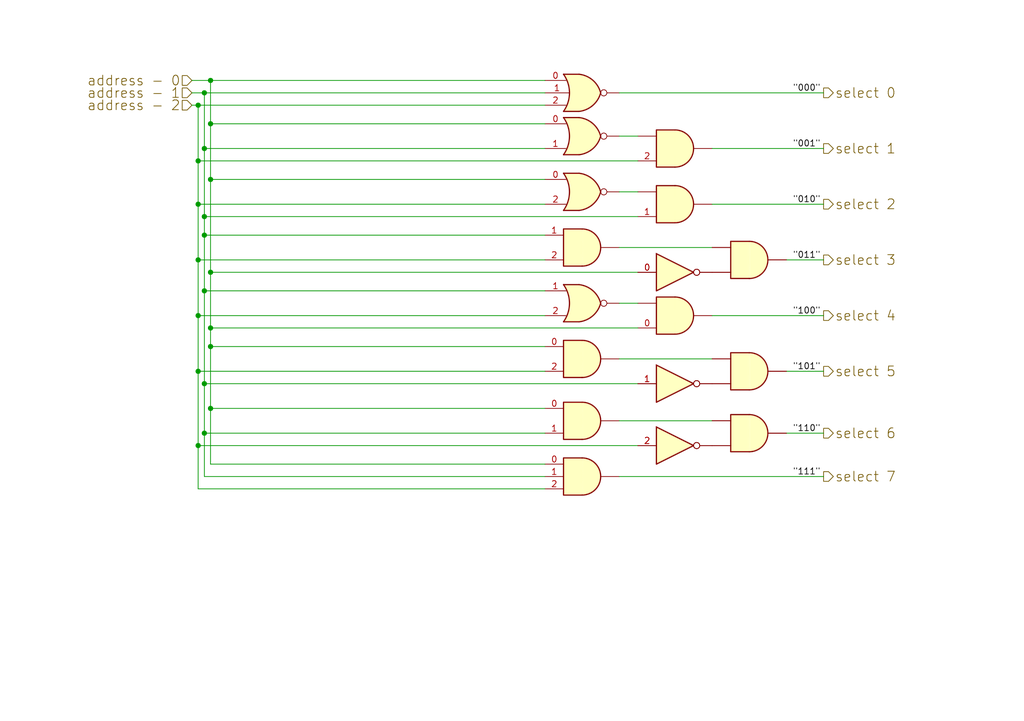
<source format=kicad_sch>
(kicad_sch (version 20230121) (generator eeschema)
  (paper "A5")
  (lib_symbols
    (symbol "4001_1" (pin_names (offset 1.016))
      (symbol "4001_1_1_1"
        (pin output inverted (at 7.62 0 180) (length 3.81) (name "~") (number ""))
        (pin input line (at -7.62 2.54 0) (length 4.318) (name "~") (number "0"))
        (pin input line (at -7.62 -2.54 0) (length 4.318) (name "~") (number "1"))
      )
      (symbol "4001_1_1_2"
        (pin input inverted (at -7.62 2.54 0) (length 3.81) (name "~") (number "1"))
        (pin input inverted (at -7.62 -2.54 0) (length 3.81) (name "~") (number "2"))
        (pin output line (at 7.62 0 180) (length 3.81) (name "~") (number "3"))
      )
      (symbol "4001_1_2_1"
        (pin output inverted (at 7.62 0 180) (length 3.81) (name "~") (number ""))
        (pin input line (at -7.62 2.54 0) (length 4.318) (name "~") (number "0"))
        (pin input line (at -7.62 -2.54 0) (length 4.318) (name "~") (number "2"))
      )
      (symbol "4001_1_2_2"
        (pin output line (at 7.62 0 180) (length 3.81) (name "~") (number "4"))
        (pin input inverted (at -7.62 2.54 0) (length 3.81) (name "~") (number "5"))
        (pin input inverted (at -7.62 -2.54 0) (length 3.81) (name "~") (number "6"))
      )
      (symbol "4001_1_3_1"
        (pin output inverted (at 7.62 0 180) (length 3.81) (name "~") (number ""))
        (pin input line (at -7.62 2.54 0) (length 4.318) (name "~") (number "1"))
        (pin input line (at -7.62 -2.54 0) (length 4.318) (name "~") (number "2"))
      )
      (symbol "4001_1_3_2"
        (pin output line (at 7.62 0 180) (length 3.81) (name "~") (number "10"))
        (pin input inverted (at -7.62 2.54 0) (length 3.81) (name "~") (number "8"))
        (pin input inverted (at -7.62 -2.54 0) (length 3.81) (name "~") (number "9"))
      )
      (symbol "4001_1_4_1"
        (pin output inverted (at 7.62 0 180) (length 3.81) (name "~") (number "11"))
        (pin input line (at -7.62 2.54 0) (length 4.318) (name "~") (number "12"))
        (pin input line (at -7.62 -2.54 0) (length 4.318) (name "~") (number "13"))
      )
      (symbol "4001_1_4_2"
        (pin output line (at 7.62 0 180) (length 3.81) (name "~") (number "11"))
        (pin input inverted (at -7.62 2.54 0) (length 3.81) (name "~") (number "12"))
        (pin input inverted (at -7.62 -2.54 0) (length 3.81) (name "~") (number "13"))
      )
      (symbol "4001_1_5_0"
        (pin power_in line (at 0 12.7 270) (length 5.08) (name "VDD") (number "14"))
        (pin power_in line (at 0 -12.7 90) (length 5.08) (name "VSS") (number "7"))
      )
    )
    (symbol "4001_2" (pin_names (offset 1.016))
      (symbol "4001_2_1_1"
        (pin output inverted (at 7.62 0 180) (length 3.81) (name "~") (number ""))
        (pin input line (at -7.62 2.54 0) (length 4.318) (name "~") (number "0"))
        (pin input line (at -7.62 -2.54 0) (length 4.318) (name "~") (number "1"))
      )
      (symbol "4001_2_1_2"
        (pin input inverted (at -7.62 2.54 0) (length 3.81) (name "~") (number "1"))
        (pin input inverted (at -7.62 -2.54 0) (length 3.81) (name "~") (number "2"))
        (pin output line (at 7.62 0 180) (length 3.81) (name "~") (number "3"))
      )
      (symbol "4001_2_2_1"
        (pin output inverted (at 7.62 0 180) (length 3.81) (name "~") (number ""))
        (pin input line (at -7.62 2.54 0) (length 4.318) (name "~") (number "0"))
        (pin input line (at -7.62 -2.54 0) (length 4.318) (name "~") (number "2"))
      )
      (symbol "4001_2_2_2"
        (pin output line (at 7.62 0 180) (length 3.81) (name "~") (number "4"))
        (pin input inverted (at -7.62 2.54 0) (length 3.81) (name "~") (number "5"))
        (pin input inverted (at -7.62 -2.54 0) (length 3.81) (name "~") (number "6"))
      )
      (symbol "4001_2_3_1"
        (pin output inverted (at 7.62 0 180) (length 3.81) (name "~") (number ""))
        (pin input line (at -7.62 2.54 0) (length 4.318) (name "~") (number "1"))
        (pin input line (at -7.62 -2.54 0) (length 4.318) (name "~") (number "2"))
      )
      (symbol "4001_2_3_2"
        (pin output line (at 7.62 0 180) (length 3.81) (name "~") (number "10"))
        (pin input inverted (at -7.62 2.54 0) (length 3.81) (name "~") (number "8"))
        (pin input inverted (at -7.62 -2.54 0) (length 3.81) (name "~") (number "9"))
      )
      (symbol "4001_2_4_1"
        (pin output inverted (at 7.62 0 180) (length 3.81) (name "~") (number "11"))
        (pin input line (at -7.62 2.54 0) (length 4.318) (name "~") (number "12"))
        (pin input line (at -7.62 -2.54 0) (length 4.318) (name "~") (number "13"))
      )
      (symbol "4001_2_4_2"
        (pin output line (at 7.62 0 180) (length 3.81) (name "~") (number "11"))
        (pin input inverted (at -7.62 2.54 0) (length 3.81) (name "~") (number "12"))
        (pin input inverted (at -7.62 -2.54 0) (length 3.81) (name "~") (number "13"))
      )
      (symbol "4001_2_5_0"
        (pin power_in line (at 0 12.7 270) (length 5.08) (name "VDD") (number "14"))
        (pin power_in line (at 0 -12.7 90) (length 5.08) (name "VSS") (number "7"))
      )
    )
    (symbol "4069_1" (pin_names (offset 1.016))
      (symbol "4069_1_1_0"
        (pin output inverted (at 7.62 0 180) (length 3.81) (name "~") (number ""))
        (pin input line (at -7.62 0 0) (length 3.81) (name "~") (number "2"))
      )
      (symbol "4069_1_2_0"
        (pin output inverted (at 7.62 0 180) (length 3.81) (name "~") (number ""))
        (pin input line (at -7.62 0 0) (length 3.81) (name "~") (number "1"))
      )
      (symbol "4069_1_3_0"
        (pin output inverted (at 7.62 0 180) (length 3.81) (name "~") (number ""))
        (pin input line (at -7.62 0 0) (length 3.81) (name "~") (number "0"))
      )
      (symbol "4069_1_4_0"
        (pin output inverted (at 7.62 0 180) (length 3.81) (name "~") (number "8"))
        (pin input line (at -7.62 0 0) (length 3.81) (name "~") (number "9"))
      )
      (symbol "4069_1_5_0"
        (pin output inverted (at 7.62 0 180) (length 3.81) (name "~") (number "10"))
        (pin input line (at -7.62 0 0) (length 3.81) (name "~") (number "11"))
      )
      (symbol "4069_1_6_0"
        (pin output inverted (at 7.62 0 180) (length 3.81) (name "~") (number "12"))
        (pin input line (at -7.62 0 0) (length 3.81) (name "~") (number "13"))
      )
      (symbol "4069_1_7_0"
        (pin power_in line (at 0 12.7 270) (length 5.08) (name "VDD") (number "14"))
        (pin power_in line (at 0 -12.7 90) (length 5.08) (name "VSS") (number "7"))
      )
    )
    (symbol "4069_2" (pin_names (offset 1.016))
      (symbol "4069_2_1_0"
        (pin output inverted (at 7.62 0 180) (length 3.81) (name "~") (number ""))
        (pin input line (at -7.62 0 0) (length 3.81) (name "~") (number "2"))
      )
      (symbol "4069_2_2_0"
        (pin output inverted (at 7.62 0 180) (length 3.81) (name "~") (number ""))
        (pin input line (at -7.62 0 0) (length 3.81) (name "~") (number "1"))
      )
      (symbol "4069_2_3_0"
        (pin output inverted (at 7.62 0 180) (length 3.81) (name "~") (number ""))
        (pin input line (at -7.62 0 0) (length 3.81) (name "~") (number "0"))
      )
      (symbol "4069_2_4_0"
        (pin output inverted (at 7.62 0 180) (length 3.81) (name "~") (number "8"))
        (pin input line (at -7.62 0 0) (length 3.81) (name "~") (number "9"))
      )
      (symbol "4069_2_5_0"
        (pin output inverted (at 7.62 0 180) (length 3.81) (name "~") (number "10"))
        (pin input line (at -7.62 0 0) (length 3.81) (name "~") (number "11"))
      )
      (symbol "4069_2_6_0"
        (pin output inverted (at 7.62 0 180) (length 3.81) (name "~") (number "12"))
        (pin input line (at -7.62 0 0) (length 3.81) (name "~") (number "13"))
      )
      (symbol "4069_2_7_0"
        (pin power_in line (at 0 12.7 270) (length 5.08) (name "VDD") (number "14"))
        (pin power_in line (at 0 -12.7 90) (length 5.08) (name "VSS") (number "7"))
      )
    )
    (symbol "4081_1" (pin_names (offset 1.016))
      (symbol "4081_1_1_1"
        (pin input line (at -7.62 2.54 0) (length 3.81) (name "~") (number ""))
        (pin output line (at 7.62 0 180) (length 3.81) (name "~") (number ""))
        (pin input line (at -7.62 -2.54 0) (length 3.81) (name "~") (number "2"))
      )
      (symbol "4081_1_1_2"
        (pin input inverted (at -7.62 2.54 0) (length 4.318) (name "~") (number "1"))
        (pin input inverted (at -7.62 -2.54 0) (length 4.318) (name "~") (number "2"))
        (pin output inverted (at 7.62 0 180) (length 3.81) (name "~") (number "3"))
      )
      (symbol "4081_1_2_1"
        (pin output line (at 7.62 0 180) (length 3.81) (name "~") (number "4"))
        (pin input line (at -7.62 2.54 0) (length 3.81) (name "~") (number "5"))
        (pin input line (at -7.62 -2.54 0) (length 3.81) (name "~") (number "6"))
      )
      (symbol "4081_1_2_2"
        (pin output inverted (at 7.62 0 180) (length 3.81) (name "~") (number "4"))
        (pin input inverted (at -7.62 2.54 0) (length 4.318) (name "~") (number "5"))
        (pin input inverted (at -7.62 -2.54 0) (length 4.318) (name "~") (number "6"))
      )
      (symbol "4081_1_3_1"
        (pin output line (at 7.62 0 180) (length 3.81) (name "~") (number "10"))
        (pin input line (at -7.62 2.54 0) (length 3.81) (name "~") (number "8"))
        (pin input line (at -7.62 -2.54 0) (length 3.81) (name "~") (number "9"))
      )
      (symbol "4081_1_3_2"
        (pin output inverted (at 7.62 0 180) (length 3.81) (name "~") (number "10"))
        (pin input inverted (at -7.62 2.54 0) (length 4.318) (name "~") (number "8"))
        (pin input inverted (at -7.62 -2.54 0) (length 4.318) (name "~") (number "9"))
      )
      (symbol "4081_1_4_1"
        (pin output line (at 7.62 0 180) (length 3.81) (name "~") (number "11"))
        (pin input line (at -7.62 2.54 0) (length 3.81) (name "~") (number "12"))
        (pin input line (at -7.62 -2.54 0) (length 3.81) (name "~") (number "13"))
      )
      (symbol "4081_1_4_2"
        (pin output inverted (at 7.62 0 180) (length 3.81) (name "~") (number "11"))
        (pin input inverted (at -7.62 2.54 0) (length 4.318) (name "~") (number "12"))
        (pin input inverted (at -7.62 -2.54 0) (length 4.318) (name "~") (number "13"))
      )
      (symbol "4081_1_5_0"
        (pin power_in line (at 0 12.7 270) (length 5.08) (name "VDD") (number "14"))
        (pin power_in line (at 0 -12.7 90) (length 5.08) (name "VSS") (number "7"))
      )
    )
    (symbol "4081_2" (pin_names (offset 1.016))
      (symbol "4081_2_1_1"
        (pin input line (at -7.62 2.54 0) (length 3.81) (name "~") (number ""))
        (pin output line (at 7.62 0 180) (length 3.81) (name "~") (number ""))
        (pin input line (at -7.62 -2.54 0) (length 3.81) (name "~") (number "1"))
      )
      (symbol "4081_2_1_2"
        (pin input inverted (at -7.62 2.54 0) (length 4.318) (name "~") (number "1"))
        (pin input inverted (at -7.62 -2.54 0) (length 4.318) (name "~") (number "2"))
        (pin output inverted (at 7.62 0 180) (length 3.81) (name "~") (number "3"))
      )
      (symbol "4081_2_2_1"
        (pin output line (at 7.62 0 180) (length 3.81) (name "~") (number "4"))
        (pin input line (at -7.62 2.54 0) (length 3.81) (name "~") (number "5"))
        (pin input line (at -7.62 -2.54 0) (length 3.81) (name "~") (number "6"))
      )
      (symbol "4081_2_2_2"
        (pin output inverted (at 7.62 0 180) (length 3.81) (name "~") (number "4"))
        (pin input inverted (at -7.62 2.54 0) (length 4.318) (name "~") (number "5"))
        (pin input inverted (at -7.62 -2.54 0) (length 4.318) (name "~") (number "6"))
      )
      (symbol "4081_2_3_1"
        (pin output line (at 7.62 0 180) (length 3.81) (name "~") (number "10"))
        (pin input line (at -7.62 2.54 0) (length 3.81) (name "~") (number "8"))
        (pin input line (at -7.62 -2.54 0) (length 3.81) (name "~") (number "9"))
      )
      (symbol "4081_2_3_2"
        (pin output inverted (at 7.62 0 180) (length 3.81) (name "~") (number "10"))
        (pin input inverted (at -7.62 2.54 0) (length 4.318) (name "~") (number "8"))
        (pin input inverted (at -7.62 -2.54 0) (length 4.318) (name "~") (number "9"))
      )
      (symbol "4081_2_4_1"
        (pin output line (at 7.62 0 180) (length 3.81) (name "~") (number "11"))
        (pin input line (at -7.62 2.54 0) (length 3.81) (name "~") (number "12"))
        (pin input line (at -7.62 -2.54 0) (length 3.81) (name "~") (number "13"))
      )
      (symbol "4081_2_4_2"
        (pin output inverted (at 7.62 0 180) (length 3.81) (name "~") (number "11"))
        (pin input inverted (at -7.62 2.54 0) (length 4.318) (name "~") (number "12"))
        (pin input inverted (at -7.62 -2.54 0) (length 4.318) (name "~") (number "13"))
      )
      (symbol "4081_2_5_0"
        (pin power_in line (at 0 12.7 270) (length 5.08) (name "VDD") (number "14"))
        (pin power_in line (at 0 -12.7 90) (length 5.08) (name "VSS") (number "7"))
      )
    )
    (symbol "4081_3" (pin_names (offset 1.016))
      (symbol "4081_3_1_1"
        (pin output line (at 7.62 0 180) (length 3.81) (name "~") (number ""))
        (pin input line (at -7.62 2.54 0) (length 3.81) (name "~") (number "1"))
        (pin input line (at -7.62 -2.54 0) (length 3.81) (name "~") (number "2"))
      )
      (symbol "4081_3_1_2"
        (pin input inverted (at -7.62 2.54 0) (length 4.318) (name "~") (number "1"))
        (pin input inverted (at -7.62 -2.54 0) (length 4.318) (name "~") (number "2"))
        (pin output inverted (at 7.62 0 180) (length 3.81) (name "~") (number "3"))
      )
      (symbol "4081_3_2_1"
        (pin output line (at 7.62 0 180) (length 3.81) (name "~") (number "4"))
        (pin input line (at -7.62 2.54 0) (length 3.81) (name "~") (number "5"))
        (pin input line (at -7.62 -2.54 0) (length 3.81) (name "~") (number "6"))
      )
      (symbol "4081_3_2_2"
        (pin output inverted (at 7.62 0 180) (length 3.81) (name "~") (number "4"))
        (pin input inverted (at -7.62 2.54 0) (length 4.318) (name "~") (number "5"))
        (pin input inverted (at -7.62 -2.54 0) (length 4.318) (name "~") (number "6"))
      )
      (symbol "4081_3_3_1"
        (pin output line (at 7.62 0 180) (length 3.81) (name "~") (number "10"))
        (pin input line (at -7.62 2.54 0) (length 3.81) (name "~") (number "8"))
        (pin input line (at -7.62 -2.54 0) (length 3.81) (name "~") (number "9"))
      )
      (symbol "4081_3_3_2"
        (pin output inverted (at 7.62 0 180) (length 3.81) (name "~") (number "10"))
        (pin input inverted (at -7.62 2.54 0) (length 4.318) (name "~") (number "8"))
        (pin input inverted (at -7.62 -2.54 0) (length 4.318) (name "~") (number "9"))
      )
      (symbol "4081_3_4_1"
        (pin output line (at 7.62 0 180) (length 3.81) (name "~") (number "11"))
        (pin input line (at -7.62 2.54 0) (length 3.81) (name "~") (number "12"))
        (pin input line (at -7.62 -2.54 0) (length 3.81) (name "~") (number "13"))
      )
      (symbol "4081_3_4_2"
        (pin output inverted (at 7.62 0 180) (length 3.81) (name "~") (number "11"))
        (pin input inverted (at -7.62 2.54 0) (length 4.318) (name "~") (number "12"))
        (pin input inverted (at -7.62 -2.54 0) (length 4.318) (name "~") (number "13"))
      )
      (symbol "4081_3_5_0"
        (pin power_in line (at 0 12.7 270) (length 5.08) (name "VDD") (number "14"))
        (pin power_in line (at 0 -12.7 90) (length 5.08) (name "VSS") (number "7"))
      )
    )
    (symbol "4081_4" (pin_names (offset 1.016))
      (symbol "4081_4_1_1"
        (pin input line (at -7.62 2.54 0) (length 3.81) (name "~") (number ""))
        (pin output line (at 7.62 0 180) (length 3.81) (name "~") (number ""))
        (pin input line (at -7.62 -2.54 0) (length 3.81) (name "~") (number "0"))
      )
      (symbol "4081_4_1_2"
        (pin input inverted (at -7.62 2.54 0) (length 4.318) (name "~") (number "1"))
        (pin input inverted (at -7.62 -2.54 0) (length 4.318) (name "~") (number "2"))
        (pin output inverted (at 7.62 0 180) (length 3.81) (name "~") (number "3"))
      )
      (symbol "4081_4_2_1"
        (pin output line (at 7.62 0 180) (length 3.81) (name "~") (number "4"))
        (pin input line (at -7.62 2.54 0) (length 3.81) (name "~") (number "5"))
        (pin input line (at -7.62 -2.54 0) (length 3.81) (name "~") (number "6"))
      )
      (symbol "4081_4_2_2"
        (pin output inverted (at 7.62 0 180) (length 3.81) (name "~") (number "4"))
        (pin input inverted (at -7.62 2.54 0) (length 4.318) (name "~") (number "5"))
        (pin input inverted (at -7.62 -2.54 0) (length 4.318) (name "~") (number "6"))
      )
      (symbol "4081_4_3_1"
        (pin output line (at 7.62 0 180) (length 3.81) (name "~") (number "10"))
        (pin input line (at -7.62 2.54 0) (length 3.81) (name "~") (number "8"))
        (pin input line (at -7.62 -2.54 0) (length 3.81) (name "~") (number "9"))
      )
      (symbol "4081_4_3_2"
        (pin output inverted (at 7.62 0 180) (length 3.81) (name "~") (number "10"))
        (pin input inverted (at -7.62 2.54 0) (length 4.318) (name "~") (number "8"))
        (pin input inverted (at -7.62 -2.54 0) (length 4.318) (name "~") (number "9"))
      )
      (symbol "4081_4_4_1"
        (pin output line (at 7.62 0 180) (length 3.81) (name "~") (number "11"))
        (pin input line (at -7.62 2.54 0) (length 3.81) (name "~") (number "12"))
        (pin input line (at -7.62 -2.54 0) (length 3.81) (name "~") (number "13"))
      )
      (symbol "4081_4_4_2"
        (pin output inverted (at 7.62 0 180) (length 3.81) (name "~") (number "11"))
        (pin input inverted (at -7.62 2.54 0) (length 4.318) (name "~") (number "12"))
        (pin input inverted (at -7.62 -2.54 0) (length 4.318) (name "~") (number "13"))
      )
      (symbol "4081_4_5_0"
        (pin power_in line (at 0 12.7 270) (length 5.08) (name "VDD") (number "14"))
        (pin power_in line (at 0 -12.7 90) (length 5.08) (name "VSS") (number "7"))
      )
    )
    (symbol "4081_5" (pin_names (offset 1.016))
      (symbol "4081_5_1_1"
        (pin output line (at 7.62 0 180) (length 3.81) (name "~") (number ""))
        (pin input line (at -7.62 2.54 0) (length 3.81) (name "~") (number "0"))
        (pin input line (at -7.62 -2.54 0) (length 3.81) (name "~") (number "2"))
      )
      (symbol "4081_5_1_2"
        (pin input inverted (at -7.62 2.54 0) (length 4.318) (name "~") (number "1"))
        (pin input inverted (at -7.62 -2.54 0) (length 4.318) (name "~") (number "2"))
        (pin output inverted (at 7.62 0 180) (length 3.81) (name "~") (number "3"))
      )
      (symbol "4081_5_2_1"
        (pin output line (at 7.62 0 180) (length 3.81) (name "~") (number "4"))
        (pin input line (at -7.62 2.54 0) (length 3.81) (name "~") (number "5"))
        (pin input line (at -7.62 -2.54 0) (length 3.81) (name "~") (number "6"))
      )
      (symbol "4081_5_2_2"
        (pin output inverted (at 7.62 0 180) (length 3.81) (name "~") (number "4"))
        (pin input inverted (at -7.62 2.54 0) (length 4.318) (name "~") (number "5"))
        (pin input inverted (at -7.62 -2.54 0) (length 4.318) (name "~") (number "6"))
      )
      (symbol "4081_5_3_1"
        (pin output line (at 7.62 0 180) (length 3.81) (name "~") (number "10"))
        (pin input line (at -7.62 2.54 0) (length 3.81) (name "~") (number "8"))
        (pin input line (at -7.62 -2.54 0) (length 3.81) (name "~") (number "9"))
      )
      (symbol "4081_5_3_2"
        (pin output inverted (at 7.62 0 180) (length 3.81) (name "~") (number "10"))
        (pin input inverted (at -7.62 2.54 0) (length 4.318) (name "~") (number "8"))
        (pin input inverted (at -7.62 -2.54 0) (length 4.318) (name "~") (number "9"))
      )
      (symbol "4081_5_4_1"
        (pin output line (at 7.62 0 180) (length 3.81) (name "~") (number "11"))
        (pin input line (at -7.62 2.54 0) (length 3.81) (name "~") (number "12"))
        (pin input line (at -7.62 -2.54 0) (length 3.81) (name "~") (number "13"))
      )
      (symbol "4081_5_4_2"
        (pin output inverted (at 7.62 0 180) (length 3.81) (name "~") (number "11"))
        (pin input inverted (at -7.62 2.54 0) (length 4.318) (name "~") (number "12"))
        (pin input inverted (at -7.62 -2.54 0) (length 4.318) (name "~") (number "13"))
      )
      (symbol "4081_5_5_0"
        (pin power_in line (at 0 12.7 270) (length 5.08) (name "VDD") (number "14"))
        (pin power_in line (at 0 -12.7 90) (length 5.08) (name "VSS") (number "7"))
      )
    )
    (symbol "4081_6" (pin_names (offset 1.016))
      (symbol "4081_6_1_1"
        (pin output line (at 7.62 0 180) (length 3.81) (name "~") (number ""))
        (pin input line (at -7.62 2.54 0) (length 3.81) (name "~") (number "0"))
        (pin input line (at -7.62 -2.54 0) (length 3.81) (name "~") (number "1"))
      )
      (symbol "4081_6_1_2"
        (pin input inverted (at -7.62 2.54 0) (length 4.318) (name "~") (number "1"))
        (pin input inverted (at -7.62 -2.54 0) (length 4.318) (name "~") (number "2"))
        (pin output inverted (at 7.62 0 180) (length 3.81) (name "~") (number "3"))
      )
      (symbol "4081_6_2_1"
        (pin output line (at 7.62 0 180) (length 3.81) (name "~") (number "4"))
        (pin input line (at -7.62 2.54 0) (length 3.81) (name "~") (number "5"))
        (pin input line (at -7.62 -2.54 0) (length 3.81) (name "~") (number "6"))
      )
      (symbol "4081_6_2_2"
        (pin output inverted (at 7.62 0 180) (length 3.81) (name "~") (number "4"))
        (pin input inverted (at -7.62 2.54 0) (length 4.318) (name "~") (number "5"))
        (pin input inverted (at -7.62 -2.54 0) (length 4.318) (name "~") (number "6"))
      )
      (symbol "4081_6_3_1"
        (pin output line (at 7.62 0 180) (length 3.81) (name "~") (number "10"))
        (pin input line (at -7.62 2.54 0) (length 3.81) (name "~") (number "8"))
        (pin input line (at -7.62 -2.54 0) (length 3.81) (name "~") (number "9"))
      )
      (symbol "4081_6_3_2"
        (pin output inverted (at 7.62 0 180) (length 3.81) (name "~") (number "10"))
        (pin input inverted (at -7.62 2.54 0) (length 4.318) (name "~") (number "8"))
        (pin input inverted (at -7.62 -2.54 0) (length 4.318) (name "~") (number "9"))
      )
      (symbol "4081_6_4_1"
        (pin output line (at 7.62 0 180) (length 3.81) (name "~") (number "11"))
        (pin input line (at -7.62 2.54 0) (length 3.81) (name "~") (number "12"))
        (pin input line (at -7.62 -2.54 0) (length 3.81) (name "~") (number "13"))
      )
      (symbol "4081_6_4_2"
        (pin output inverted (at 7.62 0 180) (length 3.81) (name "~") (number "11"))
        (pin input inverted (at -7.62 2.54 0) (length 4.318) (name "~") (number "12"))
        (pin input inverted (at -7.62 -2.54 0) (length 4.318) (name "~") (number "13"))
      )
      (symbol "4081_6_5_0"
        (pin power_in line (at 0 12.7 270) (length 5.08) (name "VDD") (number "14"))
        (pin power_in line (at 0 -12.7 90) (length 5.08) (name "VSS") (number "7"))
      )
    )
    (symbol "4081_7" (pin_names (offset 1.016))
      (symbol "4081_7_1_1"
        (pin input line (at -7.62 -2.54 0) (length 3.81) (name "~") (number ""))
        (pin input line (at -7.62 2.54 0) (length 3.81) (name "~") (number ""))
        (pin output line (at 7.62 0 180) (length 3.81) (name "~") (number ""))
      )
      (symbol "4081_7_1_2"
        (pin input inverted (at -7.62 2.54 0) (length 4.318) (name "~") (number "1"))
        (pin input inverted (at -7.62 -2.54 0) (length 4.318) (name "~") (number "2"))
        (pin output inverted (at 7.62 0 180) (length 3.81) (name "~") (number "3"))
      )
      (symbol "4081_7_2_1"
        (pin output line (at 7.62 0 180) (length 3.81) (name "~") (number "4"))
        (pin input line (at -7.62 2.54 0) (length 3.81) (name "~") (number "5"))
        (pin input line (at -7.62 -2.54 0) (length 3.81) (name "~") (number "6"))
      )
      (symbol "4081_7_2_2"
        (pin output inverted (at 7.62 0 180) (length 3.81) (name "~") (number "4"))
        (pin input inverted (at -7.62 2.54 0) (length 4.318) (name "~") (number "5"))
        (pin input inverted (at -7.62 -2.54 0) (length 4.318) (name "~") (number "6"))
      )
      (symbol "4081_7_3_1"
        (pin output line (at 7.62 0 180) (length 3.81) (name "~") (number "10"))
        (pin input line (at -7.62 2.54 0) (length 3.81) (name "~") (number "8"))
        (pin input line (at -7.62 -2.54 0) (length 3.81) (name "~") (number "9"))
      )
      (symbol "4081_7_3_2"
        (pin output inverted (at 7.62 0 180) (length 3.81) (name "~") (number "10"))
        (pin input inverted (at -7.62 2.54 0) (length 4.318) (name "~") (number "8"))
        (pin input inverted (at -7.62 -2.54 0) (length 4.318) (name "~") (number "9"))
      )
      (symbol "4081_7_4_1"
        (pin output line (at 7.62 0 180) (length 3.81) (name "~") (number "11"))
        (pin input line (at -7.62 2.54 0) (length 3.81) (name "~") (number "12"))
        (pin input line (at -7.62 -2.54 0) (length 3.81) (name "~") (number "13"))
      )
      (symbol "4081_7_4_2"
        (pin output inverted (at 7.62 0 180) (length 3.81) (name "~") (number "11"))
        (pin input inverted (at -7.62 2.54 0) (length 4.318) (name "~") (number "12"))
        (pin input inverted (at -7.62 -2.54 0) (length 4.318) (name "~") (number "13"))
      )
      (symbol "4081_7_5_0"
        (pin power_in line (at 0 12.7 270) (length 5.08) (name "VDD") (number "14"))
        (pin power_in line (at 0 -12.7 90) (length 5.08) (name "VSS") (number "7"))
      )
    )
    (symbol "4081_8" (pin_names (offset 1.016))
      (symbol "4081_8_1_1"
        (pin input line (at -7.62 -2.54 0) (length 3.81) (name "~") (number ""))
        (pin input line (at -7.62 2.54 0) (length 3.81) (name "~") (number ""))
        (pin output line (at 7.62 0 180) (length 3.81) (name "~") (number ""))
      )
      (symbol "4081_8_1_2"
        (pin input inverted (at -7.62 2.54 0) (length 4.318) (name "~") (number "1"))
        (pin input inverted (at -7.62 -2.54 0) (length 4.318) (name "~") (number "2"))
        (pin output inverted (at 7.62 0 180) (length 3.81) (name "~") (number "3"))
      )
      (symbol "4081_8_2_1"
        (pin output line (at 7.62 0 180) (length 3.81) (name "~") (number "4"))
        (pin input line (at -7.62 2.54 0) (length 3.81) (name "~") (number "5"))
        (pin input line (at -7.62 -2.54 0) (length 3.81) (name "~") (number "6"))
      )
      (symbol "4081_8_2_2"
        (pin output inverted (at 7.62 0 180) (length 3.81) (name "~") (number "4"))
        (pin input inverted (at -7.62 2.54 0) (length 4.318) (name "~") (number "5"))
        (pin input inverted (at -7.62 -2.54 0) (length 4.318) (name "~") (number "6"))
      )
      (symbol "4081_8_3_1"
        (pin output line (at 7.62 0 180) (length 3.81) (name "~") (number "10"))
        (pin input line (at -7.62 2.54 0) (length 3.81) (name "~") (number "8"))
        (pin input line (at -7.62 -2.54 0) (length 3.81) (name "~") (number "9"))
      )
      (symbol "4081_8_3_2"
        (pin output inverted (at 7.62 0 180) (length 3.81) (name "~") (number "10"))
        (pin input inverted (at -7.62 2.54 0) (length 4.318) (name "~") (number "8"))
        (pin input inverted (at -7.62 -2.54 0) (length 4.318) (name "~") (number "9"))
      )
      (symbol "4081_8_4_1"
        (pin output line (at 7.62 0 180) (length 3.81) (name "~") (number "11"))
        (pin input line (at -7.62 2.54 0) (length 3.81) (name "~") (number "12"))
        (pin input line (at -7.62 -2.54 0) (length 3.81) (name "~") (number "13"))
      )
      (symbol "4081_8_4_2"
        (pin output inverted (at 7.62 0 180) (length 3.81) (name "~") (number "11"))
        (pin input inverted (at -7.62 2.54 0) (length 4.318) (name "~") (number "12"))
        (pin input inverted (at -7.62 -2.54 0) (length 4.318) (name "~") (number "13"))
      )
      (symbol "4081_8_5_0"
        (pin power_in line (at 0 12.7 270) (length 5.08) (name "VDD") (number "14"))
        (pin power_in line (at 0 -12.7 90) (length 5.08) (name "VSS") (number "7"))
      )
    )
    (symbol "4xxx:4001" (pin_names (offset 1.016))
      (symbol "4001_1_1"
        (pin output inverted (at 7.62 0 180) (length 3.81) (name "~") (number ""))
        (pin input line (at -7.62 2.54 0) (length 4.318) (name "~") (number "0"))
        (pin input line (at -7.62 -2.54 0) (length 4.318) (name "~") (number "1"))
      )
      (symbol "4001_1_2"
        (pin input inverted (at -7.62 2.54 0) (length 3.81) (name "~") (number "1"))
        (pin input inverted (at -7.62 -2.54 0) (length 3.81) (name "~") (number "2"))
        (pin output line (at 7.62 0 180) (length 3.81) (name "~") (number "3"))
      )
      (symbol "4001_2_1"
        (pin output inverted (at 7.62 0 180) (length 3.81) (name "~") (number ""))
        (pin input line (at -7.62 2.54 0) (length 4.318) (name "~") (number "0"))
        (pin input line (at -7.62 -2.54 0) (length 4.318) (name "~") (number "2"))
      )
      (symbol "4001_2_2"
        (pin output line (at 7.62 0 180) (length 3.81) (name "~") (number "4"))
        (pin input inverted (at -7.62 2.54 0) (length 3.81) (name "~") (number "5"))
        (pin input inverted (at -7.62 -2.54 0) (length 3.81) (name "~") (number "6"))
      )
      (symbol "4001_3_1"
        (pin output inverted (at 7.62 0 180) (length 3.81) (name "~") (number ""))
        (pin input line (at -7.62 2.54 0) (length 4.318) (name "~") (number "1"))
        (pin input line (at -7.62 -2.54 0) (length 4.318) (name "~") (number "2"))
      )
      (symbol "4001_3_2"
        (pin output line (at 7.62 0 180) (length 3.81) (name "~") (number "10"))
        (pin input inverted (at -7.62 2.54 0) (length 3.81) (name "~") (number "8"))
        (pin input inverted (at -7.62 -2.54 0) (length 3.81) (name "~") (number "9"))
      )
      (symbol "4001_4_1"
        (pin output inverted (at 7.62 0 180) (length 3.81) (name "~") (number "11"))
        (pin input line (at -7.62 2.54 0) (length 4.318) (name "~") (number "12"))
        (pin input line (at -7.62 -2.54 0) (length 4.318) (name "~") (number "13"))
      )
      (symbol "4001_4_2"
        (pin output line (at 7.62 0 180) (length 3.81) (name "~") (number "11"))
        (pin input inverted (at -7.62 2.54 0) (length 3.81) (name "~") (number "12"))
        (pin input inverted (at -7.62 -2.54 0) (length 3.81) (name "~") (number "13"))
      )
      (symbol "4001_5_0"
        (pin power_in line (at 0 12.7 270) (length 5.08) (name "VDD") (number "14"))
        (pin power_in line (at 0 -12.7 90) (length 5.08) (name "VSS") (number "7"))
      )
    )
    (symbol "4xxx:4069" (pin_names (offset 1.016))
      (symbol "4069_1_0"
        (pin output inverted (at 7.62 0 180) (length 3.81) (name "~") (number ""))
        (pin input line (at -7.62 0 0) (length 3.81) (name "~") (number "2"))
      )
      (symbol "4069_2_0"
        (pin output inverted (at 7.62 0 180) (length 3.81) (name "~") (number ""))
        (pin input line (at -7.62 0 0) (length 3.81) (name "~") (number "1"))
      )
      (symbol "4069_3_0"
        (pin output inverted (at 7.62 0 180) (length 3.81) (name "~") (number ""))
        (pin input line (at -7.62 0 0) (length 3.81) (name "~") (number "0"))
      )
      (symbol "4069_4_0"
        (pin output inverted (at 7.62 0 180) (length 3.81) (name "~") (number "8"))
        (pin input line (at -7.62 0 0) (length 3.81) (name "~") (number "9"))
      )
      (symbol "4069_5_0"
        (pin output inverted (at 7.62 0 180) (length 3.81) (name "~") (number "10"))
        (pin input line (at -7.62 0 0) (length 3.81) (name "~") (number "11"))
      )
      (symbol "4069_6_0"
        (pin output inverted (at 7.62 0 180) (length 3.81) (name "~") (number "12"))
        (pin input line (at -7.62 0 0) (length 3.81) (name "~") (number "13"))
      )
      (symbol "4069_7_0"
        (pin power_in line (at 0 12.7 270) (length 5.08) (name "VDD") (number "14"))
        (pin power_in line (at 0 -12.7 90) (length 5.08) (name "VSS") (number "7"))
      )
    )
    (symbol "4xxx:4081" (pin_names (offset 1.016))
      (symbol "4081_1_1"
        (pin input line (at -7.62 -2.54 0) (length 3.81) (name "~") (number ""))
        (pin input line (at -7.62 2.54 0) (length 3.81) (name "~") (number ""))
        (pin output line (at 7.62 0 180) (length 3.81) (name "~") (number ""))
      )
      (symbol "4081_1_2"
        (pin input inverted (at -7.62 2.54 0) (length 4.318) (name "~") (number "1"))
        (pin input inverted (at -7.62 -2.54 0) (length 4.318) (name "~") (number "2"))
        (pin output inverted (at 7.62 0 180) (length 3.81) (name "~") (number "3"))
      )
      (symbol "4081_2_1"
        (pin output line (at 7.62 0 180) (length 3.81) (name "~") (number "4"))
        (pin input line (at -7.62 2.54 0) (length 3.81) (name "~") (number "5"))
        (pin input line (at -7.62 -2.54 0) (length 3.81) (name "~") (number "6"))
      )
      (symbol "4081_2_2"
        (pin output inverted (at 7.62 0 180) (length 3.81) (name "~") (number "4"))
        (pin input inverted (at -7.62 2.54 0) (length 4.318) (name "~") (number "5"))
        (pin input inverted (at -7.62 -2.54 0) (length 4.318) (name "~") (number "6"))
      )
      (symbol "4081_3_1"
        (pin output line (at 7.62 0 180) (length 3.81) (name "~") (number "10"))
        (pin input line (at -7.62 2.54 0) (length 3.81) (name "~") (number "8"))
        (pin input line (at -7.62 -2.54 0) (length 3.81) (name "~") (number "9"))
      )
      (symbol "4081_3_2"
        (pin output inverted (at 7.62 0 180) (length 3.81) (name "~") (number "10"))
        (pin input inverted (at -7.62 2.54 0) (length 4.318) (name "~") (number "8"))
        (pin input inverted (at -7.62 -2.54 0) (length 4.318) (name "~") (number "9"))
      )
      (symbol "4081_4_1"
        (pin output line (at 7.62 0 180) (length 3.81) (name "~") (number "11"))
        (pin input line (at -7.62 2.54 0) (length 3.81) (name "~") (number "12"))
        (pin input line (at -7.62 -2.54 0) (length 3.81) (name "~") (number "13"))
      )
      (symbol "4081_4_2"
        (pin output inverted (at 7.62 0 180) (length 3.81) (name "~") (number "11"))
        (pin input inverted (at -7.62 2.54 0) (length 4.318) (name "~") (number "12"))
        (pin input inverted (at -7.62 -2.54 0) (length 4.318) (name "~") (number "13"))
      )
      (symbol "4081_5_0"
        (pin power_in line (at 0 12.7 270) (length 5.08) (name "VDD") (number "14"))
        (pin power_in line (at 0 -12.7 90) (length 5.08) (name "VSS") (number "7"))
      )
    )
    (symbol "74xx:74LS11" (pin_names (offset 1.016))
      (symbol "74LS11_1_1"
        (pin output line (at 7.62 0 180) (length 3.81) (name "~") (number ""))
        (pin input line (at -7.62 2.54 0) (length 3.81) (name "~") (number "0"))
        (pin input line (at -7.62 0 0) (length 3.81) (name "~") (number "1"))
        (pin input line (at -7.62 -2.54 0) (length 3.81) (name "~") (number "2"))
      )
      (symbol "74LS11_1_2"
        (pin input inverted (at -7.62 2.54 0) (length 4.318) (name "~") (number "1"))
        (pin output inverted (at 7.62 0 180) (length 3.81) (name "~") (number "12"))
        (pin input inverted (at -7.62 -2.54 0) (length 4.318) (name "~") (number "13"))
        (pin input inverted (at -7.62 0 0) (length 4.953) (name "~") (number "2"))
      )
      (symbol "74LS11_2_1"
        (pin input line (at -7.62 2.54 0) (length 3.81) (name "~") (number "3"))
        (pin input line (at -7.62 0 0) (length 3.81) (name "~") (number "4"))
        (pin input line (at -7.62 -2.54 0) (length 3.81) (name "~") (number "5"))
        (pin output line (at 7.62 0 180) (length 3.81) (name "~") (number "6"))
      )
      (symbol "74LS11_2_2"
        (pin input inverted (at -7.62 2.54 0) (length 4.318) (name "~") (number "3"))
        (pin input inverted (at -7.62 0 0) (length 4.953) (name "~") (number "4"))
        (pin input inverted (at -7.62 -2.54 0) (length 4.318) (name "~") (number "5"))
        (pin output inverted (at 7.62 0 180) (length 3.81) (name "~") (number "6"))
      )
      (symbol "74LS11_3_1"
        (pin input line (at -7.62 0 0) (length 3.81) (name "~") (number "10"))
        (pin input line (at -7.62 -2.54 0) (length 3.81) (name "~") (number "11"))
        (pin output line (at 7.62 0 180) (length 3.81) (name "~") (number "8"))
        (pin input line (at -7.62 2.54 0) (length 3.81) (name "~") (number "9"))
      )
      (symbol "74LS11_3_2"
        (pin input inverted (at -7.62 0 0) (length 4.953) (name "~") (number "10"))
        (pin input inverted (at -7.62 -2.54 0) (length 4.318) (name "~") (number "11"))
        (pin output inverted (at 7.62 0 180) (length 3.81) (name "~") (number "8"))
        (pin input inverted (at -7.62 2.54 0) (length 4.318) (name "~") (number "9"))
      )
      (symbol "74LS11_4_0"
        (pin power_in line (at 0 12.7 270) (length 5.08) (name "VCC") (number "14"))
        (pin power_in line (at 0 -12.7 90) (length 5.08) (name "GND") (number "7"))
      )
    )
    (symbol "74xx:74LS27" (pin_names (offset 1.016))
      (symbol "74LS27_1_1"
        (pin output inverted (at 7.62 0 180) (length 3.81) (name "~") (number ""))
        (pin input line (at -7.62 2.54 0) (length 4.318) (name "~") (number "0"))
        (pin input line (at -7.62 0 0) (length 4.953) (name "~") (number "1"))
        (pin input line (at -7.62 -2.54 0) (length 4.318) (name "~") (number "2"))
      )
      (symbol "74LS27_1_2"
        (pin input inverted (at -7.62 2.54 0) (length 3.81) (name "~") (number "1"))
        (pin output line (at 7.62 0 180) (length 3.81) (name "~") (number "12"))
        (pin input inverted (at -7.62 -2.54 0) (length 3.81) (name "~") (number "13"))
        (pin input inverted (at -7.62 0 0) (length 3.81) (name "~") (number "2"))
      )
      (symbol "74LS27_2_1"
        (pin input line (at -7.62 2.54 0) (length 4.318) (name "~") (number "3"))
        (pin input line (at -7.62 0 0) (length 4.953) (name "~") (number "4"))
        (pin input line (at -7.62 -2.54 0) (length 4.318) (name "~") (number "5"))
        (pin output inverted (at 7.62 0 180) (length 3.81) (name "~") (number "6"))
      )
      (symbol "74LS27_2_2"
        (pin input inverted (at -7.62 2.54 0) (length 3.81) (name "~") (number "3"))
        (pin input inverted (at -7.62 0 0) (length 3.81) (name "~") (number "4"))
        (pin input inverted (at -7.62 -2.54 0) (length 3.81) (name "~") (number "5"))
        (pin output line (at 7.62 0 180) (length 3.81) (name "~") (number "6"))
      )
      (symbol "74LS27_3_1"
        (pin input line (at -7.62 0 0) (length 4.953) (name "~") (number "10"))
        (pin input line (at -7.62 -2.54 0) (length 4.318) (name "~") (number "11"))
        (pin output inverted (at 7.62 0 180) (length 3.81) (name "~") (number "8"))
        (pin input line (at -7.62 2.54 0) (length 4.318) (name "~") (number "9"))
      )
      (symbol "74LS27_3_2"
        (pin input inverted (at -7.62 0 0) (length 3.81) (name "~") (number "10"))
        (pin input inverted (at -7.62 -2.54 0) (length 3.81) (name "~") (number "11"))
        (pin output line (at 7.62 0 180) (length 3.81) (name "~") (number "8"))
        (pin input inverted (at -7.62 2.54 0) (length 3.81) (name "~") (number "9"))
      )
      (symbol "74LS27_4_0"
        (pin power_in line (at 0 12.7 270) (length 5.08) (name "VCC") (number "14"))
        (pin power_in line (at 0 -12.7 90) (length 5.08) (name "GND") (number "7"))
      )
    )
  )
  (junction (at 41.91 30.48))
  (junction (at 41.91 48.26))
  (junction (at 41.91 59.69))
  (junction (at 43.18 83.82))
  (junction (at 43.18 16.51))
  (junction (at 40.64 41.91))
  (junction (at 41.91 88.9))
  (junction (at 43.18 71.12))
  (junction (at 40.64 91.44))
  (junction (at 43.18 55.88))
  (junction (at 40.64 53.34))
  (junction (at 41.91 78.74))
  (junction (at 41.91 44.45))
  (junction (at 43.18 36.83))
  (junction (at 43.18 67.31))
  (junction (at 40.64 76.2))
  (junction (at 40.64 64.77))
  (junction (at 40.64 21.59))
  (junction (at 43.18 25.4))
  (junction (at 40.64 33.02))
  (junction (at 41.91 19.05))
  (wire (pts (xy 40.64 91.44) (xy 40.64 100.33)))
  (wire (pts (xy 161.29 53.34) (xy 168.91 53.34)))
  (wire (pts (xy 43.18 55.88) (xy 43.18 67.31)))
  (wire (pts (xy 40.64 41.91) (xy 111.76 41.91)))
  (wire (pts (xy 40.64 64.77) (xy 111.76 64.77)))
  (wire (pts (xy 127 27.94) (xy 130.81 27.94)))
  (wire (pts (xy 40.64 33.02) (xy 40.64 41.91)))
  (wire (pts (xy 43.18 16.51) (xy 43.18 25.4)))
  (wire (pts (xy 127 39.37) (xy 130.81 39.37)))
  (wire (pts (xy 41.91 48.26) (xy 111.76 48.26)))
  (wire (pts (xy 146.05 41.91) (xy 168.91 41.91)))
  (wire (pts (xy 40.64 21.59) (xy 111.76 21.59)))
  (wire (pts (xy 111.76 95.25) (xy 43.18 95.25)))
  (wire (pts (xy 127 97.79) (xy 168.91 97.79)))
  (wire (pts (xy 43.18 36.83) (xy 43.18 55.88)))
  (wire (pts (xy 40.64 41.91) (xy 40.64 53.34)))
  (wire (pts (xy 127 19.05) (xy 168.91 19.05)))
  (wire (pts (xy 41.91 44.45) (xy 130.81 44.45)))
  (wire (pts (xy 127 62.23) (xy 130.81 62.23)))
  (wire (pts (xy 111.76 97.79) (xy 41.91 97.79)))
  (wire (pts (xy 146.05 30.48) (xy 168.91 30.48)))
  (wire (pts (xy 40.64 53.34) (xy 40.64 64.77)))
  (wire (pts (xy 41.91 88.9) (xy 41.91 97.79)))
  (wire (pts (xy 41.91 30.48) (xy 41.91 44.45)))
  (wire (pts (xy 40.64 76.2) (xy 111.76 76.2)))
  (wire (pts (xy 127 73.66) (xy 146.05 73.66)))
  (wire (pts (xy 43.18 16.51) (xy 111.76 16.51)))
  (wire (pts (xy 41.91 88.9) (xy 111.76 88.9)))
  (wire (pts (xy 111.76 100.33) (xy 40.64 100.33)))
  (wire (pts (xy 40.64 64.77) (xy 40.64 76.2)))
  (wire (pts (xy 146.05 64.77) (xy 168.91 64.77)))
  (wire (pts (xy 43.18 83.82) (xy 43.18 95.25)))
  (wire (pts (xy 39.37 19.05) (xy 41.91 19.05)))
  (wire (pts (xy 127 50.8) (xy 146.05 50.8)))
  (wire (pts (xy 40.64 76.2) (xy 40.64 91.44)))
  (wire (pts (xy 43.18 83.82) (xy 111.76 83.82)))
  (wire (pts (xy 41.91 59.69) (xy 41.91 78.74)))
  (wire (pts (xy 43.18 55.88) (xy 130.81 55.88)))
  (wire (pts (xy 41.91 48.26) (xy 41.91 59.69)))
  (wire (pts (xy 43.18 71.12) (xy 111.76 71.12)))
  (wire (pts (xy 41.91 30.48) (xy 111.76 30.48)))
  (wire (pts (xy 41.91 78.74) (xy 41.91 88.9)))
  (wire (pts (xy 43.18 36.83) (xy 111.76 36.83)))
  (wire (pts (xy 43.18 71.12) (xy 43.18 83.82)))
  (wire (pts (xy 41.91 78.74) (xy 130.81 78.74)))
  (wire (pts (xy 39.37 21.59) (xy 40.64 21.59)))
  (wire (pts (xy 41.91 19.05) (xy 41.91 30.48)))
  (wire (pts (xy 41.91 59.69) (xy 111.76 59.69)))
  (wire (pts (xy 43.18 67.31) (xy 43.18 71.12)))
  (wire (pts (xy 40.64 91.44) (xy 130.81 91.44)))
  (wire (pts (xy 41.91 19.05) (xy 111.76 19.05)))
  (wire (pts (xy 39.37 16.51) (xy 43.18 16.51)))
  (wire (pts (xy 40.64 21.59) (xy 40.64 33.02)))
  (wire (pts (xy 161.29 76.2) (xy 168.91 76.2)))
  (wire (pts (xy 43.18 67.31) (xy 130.81 67.31)))
  (wire (pts (xy 43.18 25.4) (xy 43.18 36.83)))
  (wire (pts (xy 40.64 33.02) (xy 130.81 33.02)))
  (wire (pts (xy 161.29 88.9) (xy 168.91 88.9)))
  (wire (pts (xy 41.91 44.45) (xy 41.91 48.26)))
  (wire (pts (xy 43.18 25.4) (xy 111.76 25.4)))
  (wire (pts (xy 111.76 53.34) (xy 40.64 53.34)))
  (wire (pts (xy 127 86.36) (xy 146.05 86.36)))
  (label "\"100\"" (at 162.56 64.77 0))
  (label "\"110\"" (at 162.56 88.9 0))
  (label "\"111\"" (at 162.56 97.79 0))
  (label "\"101\"" (at 162.56 76.2 0))
  (label "\"001\"" (at 162.56 30.48 0))
  (label "\"011\"" (at 162.56 53.34 0))
  (label "\"010\"" (at 162.56 41.91 0))
  (label "\"000\"" (at 162.56 19.05 0))
  (hierarchical_label "select 2" (shape output) (at 168.91 41.91 0) (effects (font (size 2 2))))
  (hierarchical_label "select 5" (shape output) (at 168.91 76.2 0) (effects (font (size 2 2))))
  (hierarchical_label "select 3" (shape output) (at 168.91 53.34 0) (effects (font (size 2 2))))
  (hierarchical_label "select 7" (shape output) (at 168.91 97.79 0) (effects (font (size 2 2))))
  (hierarchical_label "select 6" (shape output) (at 168.91 88.9 0) (effects (font (size 2 2))))
  (hierarchical_label "select 1" (shape output) (at 168.91 30.48 0) (effects (font (size 2 2))))
  (hierarchical_label "address - 0" (shape input) (at 39.37 16.51 180) (effects (font (size 2 2))))
  (hierarchical_label "select 4" (shape output) (at 168.91 64.77 0) (effects (font (size 2 2))))
  (hierarchical_label "select 0" (shape output) (at 168.91 19.05 0) (effects (font (size 2 2))))
  (hierarchical_label "address - 1" (shape input) (at 39.37 19.05 180) (effects (font (size 2 2))))
  (hierarchical_label "address - 2" (shape input) (at 39.37 21.59 180) (effects (font (size 2 2))))
  (symbol (lib_name "4001_1") (lib_id "4xxx:4001") (at 119.38 62.23 0) (unit 3)
    (property "Reference" "U3" (effects hide))
    (property "Value" "4001" (effects hide))
    (property "Datasheet" "http://www.intersil.com/content/dam/Intersil/documents/cd40/cd4000bms-01bms-02bms-25bms.pdf" (effects hide))
  )
  (symbol (lib_id "4xxx:4069") (at 138.43 55.88 0) (unit 3)
    (property "Reference" "U13" (effects hide))
    (property "Value" "4069" (effects hide))
    (property "Datasheet" "http://www.intersil.com/content/dam/Intersil/documents/cd40/cd4069ubms.pdf" (effects hide))
  )
  (symbol (lib_name "4081_7") (lib_id "4xxx:4081") (at 153.67 53.34 0) (unit 1)
    (property "Reference" "U8" (effects hide))
    (property "Value" "4081" (effects hide))
    (property "Datasheet" "http://www.intersil.com/content/dam/Intersil/documents/cd40/cd4073bms-81bms-82bms.pdf" (effects hide))
  )
  (symbol (lib_name "4069_1") (lib_id "4xxx:4069") (at 138.43 91.44 0) (unit 1)
    (property "Reference" "U13" (effects hide))
    (property "Value" "4069" (effects hide))
    (property "Datasheet" "http://www.intersil.com/content/dam/Intersil/documents/cd40/cd4069ubms.pdf" (effects hide))
  )
  (symbol (lib_id "74xx:74LS27") (at 119.38 19.05 0) (unit 1)
    (property "Reference" "U1" (effects hide))
    (property "Value" "74LS27" (effects hide))
    (property "Datasheet" "http://www.ti.com/lit/gpn/sn74LS27" (effects hide))
  )
  (symbol (lib_name "4069_2") (lib_id "4xxx:4069") (at 138.43 78.74 0) (unit 2)
    (property "Reference" "U13" (effects hide))
    (property "Value" "4069" (effects hide))
    (property "Datasheet" "http://www.intersil.com/content/dam/Intersil/documents/cd40/cd4069ubms.pdf" (effects hide))
  )
  (symbol (lib_name "4081_6") (lib_id "4xxx:4081") (at 119.38 86.36 0) (unit 1)
    (property "Reference" "U9" (effects hide))
    (property "Value" "4081" (effects hide))
    (property "Datasheet" "http://www.intersil.com/content/dam/Intersil/documents/cd40/cd4073bms-81bms-82bms.pdf" (effects hide))
  )
  (symbol (lib_id "4xxx:4081") (at 153.67 88.9 0) (unit 1)
    (property "Reference" "U11" (effects hide))
    (property "Value" "4081" (effects hide))
    (property "Datasheet" "http://www.intersil.com/content/dam/Intersil/documents/cd40/cd4073bms-81bms-82bms.pdf" (effects hide))
  )
  (symbol (lib_name "4081_5") (lib_id "4xxx:4081") (at 119.38 73.66 0) (unit 1)
    (property "Reference" "U12" (effects hide))
    (property "Value" "4081" (effects hide))
    (property "Datasheet" "http://www.intersil.com/content/dam/Intersil/documents/cd40/cd4073bms-81bms-82bms.pdf" (effects hide))
  )
  (symbol (lib_id "74xx:74LS11") (at 119.38 97.79 0) (unit 1)
    (property "Reference" "U2" (effects hide))
    (property "Value" "74LS11" (effects hide))
    (property "Datasheet" "http://www.ti.com/lit/gpn/sn74LS11" (effects hide))
  )
  (symbol (lib_id "4xxx:4001") (at 119.38 39.37 0) (unit 2)
    (property "Reference" "U3" (effects hide))
    (property "Value" "4001" (effects hide))
    (property "Datasheet" "http://www.intersil.com/content/dam/Intersil/documents/cd40/cd4000bms-01bms-02bms-25bms.pdf" (effects hide))
  )
  (symbol (lib_name "4081_2") (lib_id "4xxx:4081") (at 138.43 41.91 0) (unit 1)
    (property "Reference" "U7" (effects hide))
    (property "Value" "4081" (effects hide))
    (property "Datasheet" "http://www.intersil.com/content/dam/Intersil/documents/cd40/cd4073bms-81bms-82bms.pdf" (effects hide))
  )
  (symbol (lib_name "4081_8") (lib_id "4xxx:4081") (at 153.67 76.2 0) (unit 1)
    (property "Reference" "U6" (effects hide))
    (property "Value" "4081" (effects hide))
    (property "Datasheet" "http://www.intersil.com/content/dam/Intersil/documents/cd40/cd4073bms-81bms-82bms.pdf" (effects hide))
  )
  (symbol (lib_name "4001_2") (lib_id "4xxx:4001") (at 119.38 27.94 0) (unit 1)
    (property "Reference" "U3" (effects hide))
    (property "Value" "4001" (effects hide))
    (property "Datasheet" "http://www.intersil.com/content/dam/Intersil/documents/cd40/cd4000bms-01bms-02bms-25bms.pdf" (effects hide))
  )
  (symbol (lib_name "4081_3") (lib_id "4xxx:4081") (at 119.38 50.8 0) (unit 1)
    (property "Reference" "U5" (effects hide))
    (property "Value" "4081" (effects hide))
    (property "Datasheet" "http://www.intersil.com/content/dam/Intersil/documents/cd40/cd4073bms-81bms-82bms.pdf" (effects hide))
  )
  (symbol (lib_name "4081_4") (lib_id "4xxx:4081") (at 138.43 64.77 0) (unit 1)
    (property "Reference" "U10" (effects hide))
    (property "Value" "4081" (effects hide))
    (property "Datasheet" "http://www.intersil.com/content/dam/Intersil/documents/cd40/cd4073bms-81bms-82bms.pdf" (effects hide))
  )
  (symbol (lib_name "4081_1") (lib_id "4xxx:4081") (at 138.43 30.48 0) (unit 1)
    (property "Reference" "U4" (effects hide))
    (property "Value" "4081" (effects hide))
    (property "Datasheet" "http://www.intersil.com/content/dam/Intersil/documents/cd40/cd4073bms-81bms-82bms.pdf" (effects hide))
  )
)
</source>
